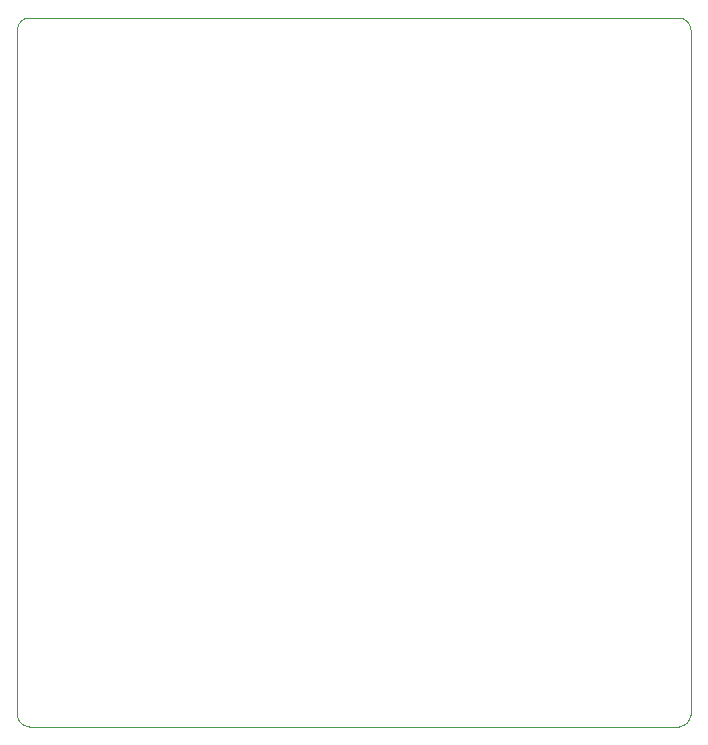
<source format=gko>
G04 #@! TF.GenerationSoftware,KiCad,Pcbnew,(6.0.4-0)*
G04 #@! TF.CreationDate,2022-11-05T16:46:18+09:00*
G04 #@! TF.ProjectId,MC6800-SBC6809E,4d433638-3030-42d5-9342-433638303945,rev?*
G04 #@! TF.SameCoordinates,Original*
G04 #@! TF.FileFunction,Profile,NP*
%FSLAX46Y46*%
G04 Gerber Fmt 4.6, Leading zero omitted, Abs format (unit mm)*
G04 Created by KiCad (PCBNEW (6.0.4-0)) date 2022-11-05 16:46:18*
%MOMM*%
%LPD*%
G01*
G04 APERTURE LIST*
G04 #@! TA.AperFunction,Profile*
%ADD10C,0.100000*%
G04 #@! TD*
G04 APERTURE END LIST*
D10*
X107000000Y-68000000D02*
X162000000Y-68000000D01*
X162000000Y-128000000D02*
G75*
G03*
X163000000Y-127000000I0J1000000D01*
G01*
X163000000Y-127000000D02*
X163000000Y-69000000D01*
X106000000Y-127000000D02*
G75*
G03*
X107000000Y-128000000I1000000J0D01*
G01*
X106000000Y-127000000D02*
X106000000Y-69000000D01*
X163000000Y-69000000D02*
G75*
G03*
X162000000Y-68000000I-1000000J0D01*
G01*
X107000000Y-128000000D02*
X162000000Y-128000000D01*
X107000000Y-68000000D02*
G75*
G03*
X106000000Y-69000000I0J-1000000D01*
G01*
M02*

</source>
